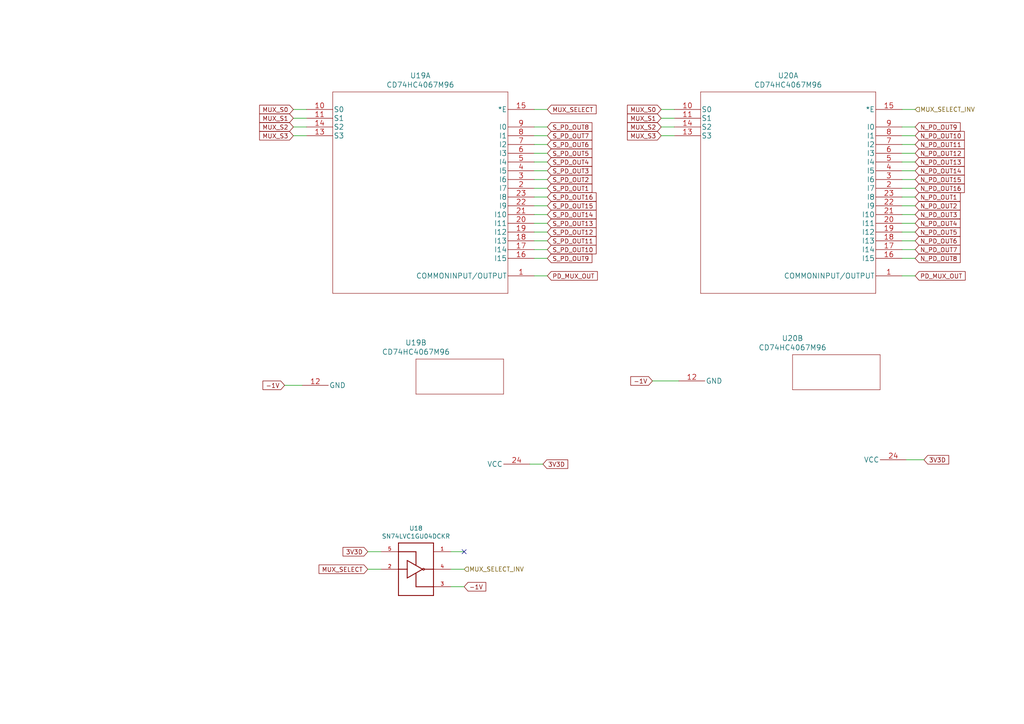
<source format=kicad_sch>
(kicad_sch (version 20211123) (generator eeschema)
  (paper "A4")
  (lib_symbols
    (symbol "Ninja-qPCR:CD74HC4067M96" (pin_names (offset 0.254))
      (property "Reference" "U" (at 33.02 10.16 0))
      (property "Value" "Ninja-qPCR_CD74HC4067M96" (at 33.02 7.62 0))
      (symbol "CD74HC4067M96_1_1"
        (polyline (pts (xy 7.62 -53.34) (xy 58.42 -53.34)) (stroke (width 0.127)))
        (polyline (pts (xy 7.62 5.08) (xy 7.62 -53.34)) (stroke (width 0.127)))
        (polyline (pts (xy 58.42 -53.34) (xy 58.42 5.08)) (stroke (width 0.127)))
        (polyline (pts (xy 58.42 5.08) (xy 7.62 5.08)) (stroke (width 0.127)))
        (pin bidirectional line (at 0 -48.26 0) (length 7.62) (name "COMMONINPUT/OUTPUT") (number "1"))
        (pin output line (at 66.04 0 180) (length 7.62) (name "S0") (number "10"))
        (pin output line (at 66.04 -2.54 180) (length 7.62) (name "S1") (number "11"))
        (pin output line (at 66.04 -7.62 180) (length 7.62) (name "S3") (number "13"))
        (pin output line (at 66.04 -5.08 180) (length 7.62) (name "S2") (number "14"))
        (pin input line (at 0 0 0) (length 7.62) (name "*E") (number "15"))
        (pin input line (at 0 -43.18 0) (length 7.62) (name "I15") (number "16"))
        (pin input line (at 0 -40.64 0) (length 7.62) (name "I14") (number "17"))
        (pin input line (at 0 -38.1 0) (length 7.62) (name "I13") (number "18"))
        (pin input line (at 0 -35.56 0) (length 7.62) (name "I12") (number "19"))
        (pin input line (at 0 -22.86 0) (length 7.62) (name "I7") (number "2"))
        (pin input line (at 0 -33.02 0) (length 7.62) (name "I11") (number "20"))
        (pin input line (at 0 -30.48 0) (length 7.62) (name "I10") (number "21"))
        (pin input line (at 0 -27.94 0) (length 7.62) (name "I9") (number "22"))
        (pin input line (at 0 -25.4 0) (length 7.62) (name "I8") (number "23"))
        (pin input line (at 0 -20.32 0) (length 7.62) (name "I6") (number "3"))
        (pin input line (at 0 -17.78 0) (length 7.62) (name "I5") (number "4"))
        (pin input line (at 0 -15.24 0) (length 7.62) (name "I4") (number "5"))
        (pin input line (at 0 -12.7 0) (length 7.62) (name "I3") (number "6"))
        (pin input line (at 0 -10.16 0) (length 7.62) (name "I2") (number "7"))
        (pin input line (at 0 -7.62 0) (length 7.62) (name "I1") (number "8"))
        (pin input line (at 0 -5.08 0) (length 7.62) (name "I0") (number "9"))
      )
      (symbol "CD74HC4067M96_2_1"
        (polyline (pts (xy 7.62 -5.08) (xy 33.02 -5.08)) (stroke (width 0.127)))
        (polyline (pts (xy 7.62 5.08) (xy 7.62 -5.08)) (stroke (width 0.127)))
        (polyline (pts (xy 33.02 -5.08) (xy 33.02 5.08)) (stroke (width 0.127)))
        (polyline (pts (xy 33.02 5.08) (xy 7.62 5.08)) (stroke (width 0.127)))
        (pin power_in line (at 66.04 -2.54 180) (length 7.62) (name "GND") (number "12"))
        (pin power_in line (at 0 -25.4 0) (length 7.62) (name "VCC") (number "24"))
      )
    )
    (symbol "Ninja-qPCR:SN74LVC1G04DBVR" (pin_names (offset 1.016) hide)
      (property "Reference" "U" (at -5.08 8.6106 0))
      (property "Value" "Ninja-qPCR_SN74LVC1G04DBVR" (at -5.08 -10.16 0))
      (symbol "SN74LVC1G04DBVR_0_0"
        (polyline (pts (xy -5.08 -7.62) (xy 5.08 -7.62)) (stroke (width 0.254)))
        (polyline (pts (xy -5.08 0) (xy -2.54 0)) (stroke (width 0.254)))
        (polyline (pts (xy -5.08 5.08) (xy 0 5.08)) (stroke (width 0.254)))
        (polyline (pts (xy -5.08 7.62) (xy -5.08 -7.62)) (stroke (width 0.254)))
        (polyline (pts (xy -2.54 -2.54) (xy -2.54 0)) (stroke (width 0.254)))
        (polyline (pts (xy -2.54 0) (xy -2.54 2.54)) (stroke (width 0.254)))
        (polyline (pts (xy -2.54 2.54) (xy 1.905 0)) (stroke (width 0.254)))
        (polyline (pts (xy 0 -5.08) (xy 5.08 -5.08)) (stroke (width 0.254)))
        (polyline (pts (xy 0 -1.143) (xy 0 -5.08)) (stroke (width 0.254)))
        (polyline (pts (xy 0 5.08) (xy 0 1.143)) (stroke (width 0.254)))
        (polyline (pts (xy 1.905 0) (xy -2.54 -2.54)) (stroke (width 0.254)))
        (polyline (pts (xy 2.54 0) (xy 5.08 0)) (stroke (width 0.254)))
        (polyline (pts (xy 5.08 -7.62) (xy 5.08 7.62)) (stroke (width 0.254)))
        (polyline (pts (xy 5.08 7.62) (xy -5.08 7.62)) (stroke (width 0.254)))
        (circle (center 2.1844 0) (radius 0.254) (stroke (width 0.254)))
        (pin passive line (at 10.16 5.08 180) (length 5.08) (name "~") (number "1"))
        (pin input line (at -10.16 0 0) (length 5.08) (name "~") (number "2"))
        (pin power_in line (at 10.16 -5.08 180) (length 5.08) (name "~") (number "3"))
        (pin output line (at 10.16 0 180) (length 5.08) (name "~") (number "4"))
        (pin power_in line (at -10.16 5.08 0) (length 5.08) (name "~") (number "5"))
      )
    )
  )
  (no_connect (at 134.62 160.02))
  (wire (pts (xy 88.9 31.75) (xy 85.09 31.75)))
  (wire (pts (xy 265.43 67.31) (xy 261.62 67.31)))
  (wire (pts (xy 265.43 44.45) (xy 261.62 44.45)))
  (wire (pts (xy 267.97 133.35) (xy 262.89 133.35)))
  (wire (pts (xy 82.55 111.76) (xy 87.63 111.76)))
  (wire (pts (xy 134.62 160.02) (xy 130.81 160.02)))
  (wire (pts (xy 265.43 31.75) (xy 261.62 31.75)))
  (wire (pts (xy 189.23 110.49) (xy 196.85 110.49)))
  (wire (pts (xy 265.43 54.61) (xy 261.62 54.61)))
  (wire (pts (xy 158.75 80.01) (xy 154.94 80.01)))
  (wire (pts (xy 158.75 67.31) (xy 154.94 67.31)))
  (wire (pts (xy 265.43 64.77) (xy 261.62 64.77)))
  (wire (pts (xy 158.75 41.91) (xy 154.94 41.91)))
  (wire (pts (xy 191.77 34.29) (xy 195.58 34.29)))
  (wire (pts (xy 265.43 41.91) (xy 261.62 41.91)))
  (wire (pts (xy 265.43 57.15) (xy 261.62 57.15)))
  (wire (pts (xy 195.58 36.83) (xy 191.77 36.83)))
  (wire (pts (xy 158.75 31.75) (xy 154.94 31.75)))
  (wire (pts (xy 88.9 39.37) (xy 85.09 39.37)))
  (wire (pts (xy 158.75 54.61) (xy 154.94 54.61)))
  (wire (pts (xy 191.77 39.37) (xy 195.58 39.37)))
  (wire (pts (xy 265.43 49.53) (xy 261.62 49.53)))
  (wire (pts (xy 158.75 69.85) (xy 154.94 69.85)))
  (wire (pts (xy 265.43 69.85) (xy 261.62 69.85)))
  (wire (pts (xy 158.75 74.93) (xy 154.94 74.93)))
  (wire (pts (xy 88.9 36.83) (xy 85.09 36.83)))
  (wire (pts (xy 158.75 49.53) (xy 154.94 49.53)))
  (wire (pts (xy 158.75 57.15) (xy 154.94 57.15)))
  (wire (pts (xy 106.68 165.1) (xy 110.49 165.1)))
  (wire (pts (xy 158.75 36.83) (xy 154.94 36.83)))
  (wire (pts (xy 158.75 59.69) (xy 154.94 59.69)))
  (wire (pts (xy 110.49 160.02) (xy 106.68 160.02)))
  (wire (pts (xy 158.75 62.23) (xy 154.94 62.23)))
  (wire (pts (xy 158.75 64.77) (xy 154.94 64.77)))
  (wire (pts (xy 134.62 170.18) (xy 130.81 170.18)))
  (wire (pts (xy 265.43 36.83) (xy 261.62 36.83)))
  (wire (pts (xy 88.9 34.29) (xy 85.09 34.29)))
  (wire (pts (xy 265.43 72.39) (xy 261.62 72.39)))
  (wire (pts (xy 265.43 62.23) (xy 261.62 62.23)))
  (wire (pts (xy 158.75 46.99) (xy 154.94 46.99)))
  (wire (pts (xy 265.43 52.07) (xy 261.62 52.07)))
  (wire (pts (xy 265.43 74.93) (xy 261.62 74.93)))
  (wire (pts (xy 134.62 165.1) (xy 130.81 165.1)))
  (wire (pts (xy 265.43 59.69) (xy 261.62 59.69)))
  (wire (pts (xy 158.75 39.37) (xy 154.94 39.37)))
  (wire (pts (xy 158.75 52.07) (xy 154.94 52.07)))
  (wire (pts (xy 195.58 31.75) (xy 191.77 31.75)))
  (wire (pts (xy 265.43 80.01) (xy 261.62 80.01)))
  (wire (pts (xy 158.75 44.45) (xy 154.94 44.45)))
  (wire (pts (xy 265.43 39.37) (xy 261.62 39.37)))
  (wire (pts (xy 158.75 72.39) (xy 154.94 72.39)))
  (wire (pts (xy 265.43 46.99) (xy 261.62 46.99)))
  (wire (pts (xy 157.48 134.62) (xy 153.67 134.62)))
  (global_label "N_PD_OUT15" (shape input) (at 265.43 52.07 0) (property "Intersheet References" "${INTERSHEET_REFS}" (effects hide)))
  (global_label "PD_MUX_OUT" (shape input) (at 265.43 80.01 0) (property "Intersheet References" "${INTERSHEET_REFS}" (effects hide)))
  (global_label "MUX_S0" (shape input) (at 85.09 31.75 180) (property "Intersheet References" "${INTERSHEET_REFS}" (effects hide)))
  (global_label "N_PD_OUT14" (shape input) (at 265.43 49.53 0) (property "Intersheet References" "${INTERSHEET_REFS}" (effects hide)))
  (global_label "S_PD_OUT2" (shape input) (at 158.75 52.07 0) (property "Intersheet References" "${INTERSHEET_REFS}" (effects hide)))
  (global_label "N_PD_OUT1" (shape input) (at 265.43 57.15 0) (property "Intersheet References" "${INTERSHEET_REFS}" (effects hide)))
  (global_label "N_PD_OUT9" (shape input) (at 265.43 36.83 0) (property "Intersheet References" "${INTERSHEET_REFS}" (effects hide)))
  (global_label "MUX_S3" (shape input) (at 85.09 39.37 180) (property "Intersheet References" "${INTERSHEET_REFS}" (effects hide)))
  (global_label "3V3D" (shape input) (at 157.48 134.62 0) (property "Intersheet References" "${INTERSHEET_REFS}" (effects hide)))
  (global_label "S_PD_OUT6" (shape input) (at 158.75 41.91 0) (property "Intersheet References" "${INTERSHEET_REFS}" (effects hide)))
  (global_label "S_PD_OUT9" (shape input) (at 158.75 74.93 0) (property "Intersheet References" "${INTERSHEET_REFS}" (effects hide)))
  (global_label "S_PD_OUT3" (shape input) (at 158.75 49.53 0) (property "Intersheet References" "${INTERSHEET_REFS}" (effects hide)))
  (global_label "MUX_S2" (shape input) (at 85.09 36.83 180) (property "Intersheet References" "${INTERSHEET_REFS}" (effects hide)))
  (global_label "MUX_SELECT" (shape input) (at 158.75 31.75 0) (property "Intersheet References" "${INTERSHEET_REFS}" (effects hide)))
  (global_label "MUX_SELECT" (shape input) (at 106.68 165.1 180) (property "Intersheet References" "${INTERSHEET_REFS}" (effects hide)))
  (global_label "S_PD_OUT1" (shape input) (at 158.75 54.61 0) (property "Intersheet References" "${INTERSHEET_REFS}" (effects hide)))
  (global_label "-1V" (shape input) (at 134.62 170.18 0) (property "Intersheet References" "${INTERSHEET_REFS}" (effects hide)))
  (global_label "N_PD_OUT7" (shape input) (at 265.43 72.39 0) (property "Intersheet References" "${INTERSHEET_REFS}" (effects hide)))
  (global_label "N_PD_OUT11" (shape input) (at 265.43 41.91 0) (property "Intersheet References" "${INTERSHEET_REFS}" (effects hide)))
  (global_label "S_PD_OUT15" (shape input) (at 158.75 59.69 0) (property "Intersheet References" "${INTERSHEET_REFS}" (effects hide)))
  (global_label "N_PD_OUT13" (shape input) (at 265.43 46.99 0) (property "Intersheet References" "${INTERSHEET_REFS}" (effects hide)))
  (global_label "S_PD_OUT16" (shape input) (at 158.75 57.15 0) (property "Intersheet References" "${INTERSHEET_REFS}" (effects hide)))
  (global_label "3V3D" (shape input) (at 106.68 160.02 180) (property "Intersheet References" "${INTERSHEET_REFS}" (effects hide)))
  (global_label "S_PD_OUT12" (shape input) (at 158.75 67.31 0) (property "Intersheet References" "${INTERSHEET_REFS}" (effects hide)))
  (global_label "S_PD_OUT8" (shape input) (at 158.75 36.83 0) (property "Intersheet References" "${INTERSHEET_REFS}" (effects hide)))
  (global_label "MUX_S2" (shape input) (at 191.77 36.83 180) (property "Intersheet References" "${INTERSHEET_REFS}" (effects hide)))
  (global_label "3V3D" (shape input) (at 267.97 133.35 0) (property "Intersheet References" "${INTERSHEET_REFS}" (effects hide)))
  (global_label "MUX_S1" (shape input) (at 191.77 34.29 180) (property "Intersheet References" "${INTERSHEET_REFS}" (effects hide)))
  (global_label "N_PD_OUT16" (shape input) (at 265.43 54.61 0) (property "Intersheet References" "${INTERSHEET_REFS}" (effects hide)))
  (global_label "N_PD_OUT5" (shape input) (at 265.43 67.31 0) (property "Intersheet References" "${INTERSHEET_REFS}" (effects hide)))
  (global_label "N_PD_OUT12" (shape input) (at 265.43 44.45 0) (property "Intersheet References" "${INTERSHEET_REFS}" (effects hide)))
  (global_label "N_PD_OUT8" (shape input) (at 265.43 74.93 0) (property "Intersheet References" "${INTERSHEET_REFS}" (effects hide)))
  (global_label "N_PD_OUT10" (shape input) (at 265.43 39.37 0) (property "Intersheet References" "${INTERSHEET_REFS}" (effects hide)))
  (global_label "S_PD_OUT10" (shape input) (at 158.75 72.39 0) (property "Intersheet References" "${INTERSHEET_REFS}" (effects hide)))
  (global_label "-1V" (shape input) (at 189.23 110.49 180) (property "Intersheet References" "${INTERSHEET_REFS}" (effects hide)))
  (global_label "S_PD_OUT5" (shape input) (at 158.75 44.45 0) (property "Intersheet References" "${INTERSHEET_REFS}" (effects hide)))
  (global_label "S_PD_OUT14" (shape input) (at 158.75 62.23 0) (property "Intersheet References" "${INTERSHEET_REFS}" (effects hide)))
  (global_label "S_PD_OUT4" (shape input) (at 158.75 46.99 0) (property "Intersheet References" "${INTERSHEET_REFS}" (effects hide)))
  (global_label "PD_MUX_OUT" (shape input) (at 158.75 80.01 0) (property "Intersheet References" "${INTERSHEET_REFS}" (effects hide)))
  (global_label "MUX_S0" (shape input) (at 191.77 31.75 180) (property "Intersheet References" "${INTERSHEET_REFS}" (effects hide)))
  (global_label "MUX_S1" (shape input) (at 85.09 34.29 180) (property "Intersheet References" "${INTERSHEET_REFS}" (effects hide)))
  (global_label "N_PD_OUT4" (shape input) (at 265.43 64.77 0) (property "Intersheet References" "${INTERSHEET_REFS}" (effects hide)))
  (global_label "S_PD_OUT11" (shape input) (at 158.75 69.85 0) (property "Intersheet References" "${INTERSHEET_REFS}" (effects hide)))
  (global_label "MUX_S3" (shape input) (at 191.77 39.37 180) (property "Intersheet References" "${INTERSHEET_REFS}" (effects hide)))
  (global_label "S_PD_OUT7" (shape input) (at 158.75 39.37 0) (property "Intersheet References" "${INTERSHEET_REFS}" (effects hide)))
  (global_label "N_PD_OUT2" (shape input) (at 265.43 59.69 0) (property "Intersheet References" "${INTERSHEET_REFS}" (effects hide)))
  (global_label "N_PD_OUT3" (shape input) (at 265.43 62.23 0) (property "Intersheet References" "${INTERSHEET_REFS}" (effects hide)))
  (global_label "S_PD_OUT13" (shape input) (at 158.75 64.77 0) (property "Intersheet References" "${INTERSHEET_REFS}" (effects hide)))
  (global_label "-1V" (shape input) (at 82.55 111.76 180) (property "Intersheet References" "${INTERSHEET_REFS}" (effects hide)))
  (global_label "N_PD_OUT6" (shape input) (at 265.43 69.85 0) (property "Intersheet References" "${INTERSHEET_REFS}" (effects hide)))
  (hierarchical_label "MUX_SELECT_INV" (shape input) (at 134.62 165.1 0))
  (hierarchical_label "MUX_SELECT_INV" (shape input) (at 265.43 31.75 0))
  (symbol (lib_id "Ninja-qPCR:SN74LVC1G04DBVR") (at 120.65 165.1 0) (unit 1)
    (property "Reference" "U18" (at 120.65 153.2382 0))
    (property "Value" "SN74LVC1GU04DCKR" (at 120.65 155.5496 0))
    (property "Footprint" "Ninja-qPCR:SN74LVC1GU04DBVR" (effects hide))
    (property "Datasheet" "IPC-7351B" (effects hide))
    (property "Field4" "1.45mm" (effects hide))
    (property "Field5" "AD" (effects hide))
    (property "Field6" "Texas Instruments" (effects hide))
  )
  (symbol (lib_id "Ninja-qPCR:CD74HC4067M96") (at 153.67 109.22 0) (mirror y) (unit 2)
    (property "Reference" "U19" (at 120.65 99.3902 0) (effects (font (size 1.524 1.524))))
    (property "Value" "CD74HC4067M96" (at 120.65 102.0826 0) (effects (font (size 1.524 1.524))))
    (property "Footprint" "Package_SO:SSOP-24_5.3x8.2mm_P0.65mm" (effects hide))
  )
  (symbol (lib_id "Ninja-qPCR:CD74HC4067M96") (at 154.94 31.75 0) (mirror y) (unit 1)
    (property "Reference" "U19" (at 121.92 21.9202 0) (effects (font (size 1.524 1.524))))
    (property "Value" "CD74HC4067M96" (at 121.92 24.6126 0) (effects (font (size 1.524 1.524))))
    (property "Footprint" "Package_SO:SSOP-24_5.3x8.2mm_P0.65mm" (effects hide))
  )
  (symbol (lib_id "Ninja-qPCR:CD74HC4067M96") (at 262.89 107.95 0) (mirror y) (unit 2)
    (property "Reference" "U20" (at 229.87 98.1202 0) (effects (font (size 1.524 1.524))))
    (property "Value" "CD74HC4067M96" (at 229.87 100.8126 0) (effects (font (size 1.524 1.524))))
    (property "Footprint" "Package_SO:SSOP-24_5.3x8.2mm_P0.65mm" (effects hide))
  )
  (symbol (lib_id "Ninja-qPCR:CD74HC4067M96") (at 261.62 31.75 0) (mirror y) (unit 1)
    (property "Reference" "U20" (at 228.6 21.9202 0) (effects (font (size 1.524 1.524))))
    (property "Value" "CD74HC4067M96" (at 228.6 24.6126 0) (effects (font (size 1.524 1.524))))
    (property "Footprint" "Package_SO:SSOP-24_5.3x8.2mm_P0.65mm" (effects hide))
  )
)
</source>
